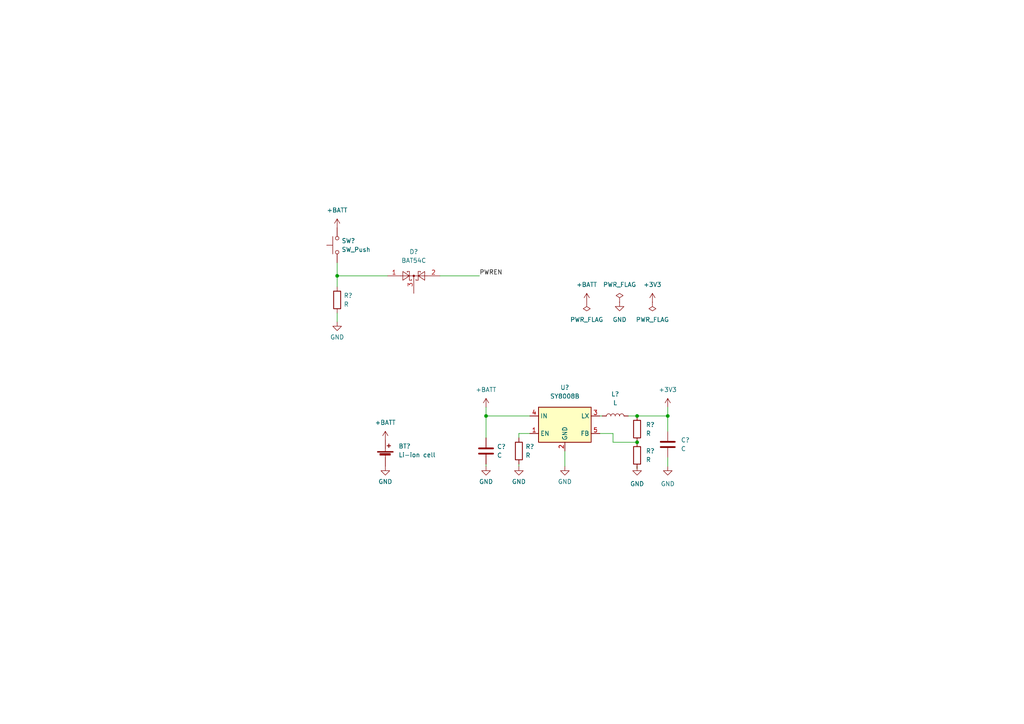
<source format=kicad_sch>
(kicad_sch (version 20211123) (generator eeschema)
  (paper "A4")
  (lib_symbols
    (symbol "Device:Battery_Cell" (pin_numbers hide) (pin_names (offset 0) hide)
      (property "Reference" "BT" (at 2.54 2.54 0))
      (property "Value" "Battery_Cell" (at 2.54 0 0))
      (symbol "Battery_Cell_0_1"
        (rectangle (start -2.286 1.778) (end 2.286 1.524) (fill (type outline)))
        (rectangle (start -1.5748 1.1938) (end 1.4732 0.6858) (fill (type outline)))
        (polyline (pts (xy 0 0.762) (xy 0 0)))
        (polyline (pts (xy 0 1.778) (xy 0 2.54)))
        (polyline (pts (xy 0.508 3.429) (xy 1.524 3.429)) (stroke (width 0.254)))
        (polyline (pts (xy 1.016 3.937) (xy 1.016 2.921)) (stroke (width 0.254)))
      )
      (symbol "Battery_Cell_1_1"
        (pin passive line (at 0 5.08 270) (length 2.54) (name "+") (number "1"))
        (pin passive line (at 0 -2.54 90) (length 2.54) (name "-") (number "2"))
      )
    )
    (symbol "Device:C" (pin_numbers hide) (pin_names (offset 0.254))
      (property "Reference" "C" (at 0.635 2.54 0))
      (property "Value" "C" (at 0.635 -2.54 0))
      (symbol "C_0_1"
        (polyline (pts (xy -2.032 -0.762) (xy 2.032 -0.762)) (stroke (width 0.508)))
        (polyline (pts (xy -2.032 0.762) (xy 2.032 0.762)) (stroke (width 0.508)))
      )
      (symbol "C_1_1"
        (pin passive line (at 0 3.81 270) (length 2.794) (name "~") (number "1"))
        (pin passive line (at 0 -3.81 90) (length 2.794) (name "~") (number "2"))
      )
    )
    (symbol "Device:L" (pin_numbers hide) (pin_names (offset 1.016) hide)
      (property "Reference" "L" (at -1.27 0 90))
      (property "Value" "L" (at 1.905 0 90))
      (symbol "L_0_1"
        (arc (start 0 -2.54) (mid 0.635 -1.905) (end 0 -1.27))
        (arc (start 0 -1.27) (mid 0.635 -0.635) (end 0 0))
        (arc (start 0 0) (mid 0.635 0.635) (end 0 1.27))
        (arc (start 0 1.27) (mid 0.635 1.905) (end 0 2.54))
      )
      (symbol "L_1_1"
        (pin passive line (at 0 3.81 270) (length 1.27) (name "1") (number "1"))
        (pin passive line (at 0 -3.81 90) (length 1.27) (name "2") (number "2"))
      )
    )
    (symbol "Device:R" (pin_numbers hide) (pin_names (offset 0))
      (property "Reference" "R" (at 2.032 0 90))
      (property "Value" "R" (at 0 0 90))
      (symbol "R_0_1"
        (rectangle (start -1.016 -2.54) (end 1.016 2.54) (stroke (width 0.254)))
      )
      (symbol "R_1_1"
        (pin passive line (at 0 3.81 270) (length 1.27) (name "~") (number "1"))
        (pin passive line (at 0 -3.81 90) (length 1.27) (name "~") (number "2"))
      )
    )
    (symbol "Diode:BAT54C" (pin_names (offset 1.016))
      (property "Reference" "D" (at 0.635 -3.81 0))
      (property "Value" "BAT54C" (at -6.35 3.175 0))
      (symbol "BAT54C_0_1"
        (polyline (pts (xy -1.905 0) (xy 1.905 0)))
        (polyline (pts (xy -1.905 1.27) (xy -1.905 1.016)))
        (polyline (pts (xy -1.27 -1.27) (xy -0.635 -1.27)))
        (polyline (pts (xy -1.27 0) (xy -3.81 0)))
        (polyline (pts (xy -1.27 1.27) (xy -1.905 1.27)))
        (polyline (pts (xy -1.27 1.27) (xy -1.27 -1.27)))
        (polyline (pts (xy -0.635 -1.27) (xy -0.635 -1.016)))
        (polyline (pts (xy 0.635 -1.27) (xy 0.635 -1.016)))
        (polyline (pts (xy 1.27 -1.27) (xy 0.635 -1.27)))
        (polyline (pts (xy 1.27 1.27) (xy 1.27 -1.27)))
        (polyline (pts (xy 1.27 1.27) (xy 1.905 1.27)))
        (polyline (pts (xy 1.905 1.27) (xy 1.905 1.016)))
        (polyline (pts (xy 3.81 0) (xy 1.27 0)))
        (polyline (pts (xy -3.175 -1.27) (xy -3.175 1.27) (xy -1.27 0) (xy -3.175 -1.27)))
        (polyline (pts (xy 3.175 -1.27) (xy 3.175 1.27) (xy 1.27 0) (xy 3.175 -1.27)))
        (circle (center 0 0) (radius 0.254) (fill (type outline)))
      )
      (symbol "BAT54C_1_1"
        (pin passive line (at -7.62 0 0) (length 3.81) (name "~") (number "1"))
        (pin passive line (at 7.62 0 180) (length 3.81) (name "~") (number "2"))
        (pin passive line (at 0 -5.08 90) (length 5.08) (name "~") (number "3"))
      )
    )
    (symbol "Regulator_Switching:PAM2301CAAB330"
      (property "Reference" "U?" (at 0 10.795 0))
      (property "Value" "SY8008B" (at 0 8.255 0))
      (symbol "PAM2301CAAB330_0_1"
        (rectangle (start -7.62 5.08) (end 7.62 -5.08) (stroke (width 0.254)) (fill (type background)))
      )
      (symbol "PAM2301CAAB330_1_1"
        (pin input line (at -10.16 -2.54 0) (length 2.54) (name "EN") (number "1"))
        (pin power_in line (at 0 -7.62 90) (length 2.54) (name "GND") (number "2"))
        (pin power_out line (at 10.16 2.54 180) (length 2.54) (name "LX") (number "3"))
        (pin power_in line (at -10.16 2.54 0) (length 2.54) (name "IN") (number "4"))
        (pin input line (at 10.16 -2.54 180) (length 2.54) (name "FB") (number "5"))
      )
    )
    (symbol "Switch:SW_Push" (pin_numbers hide) (pin_names (offset 1.016) hide)
      (property "Reference" "SW" (at 1.27 2.54 0))
      (property "Value" "SW_Push" (at 0 -1.524 0))
      (symbol "SW_Push_0_1"
        (circle (center -2.032 0) (radius 0.508))
        (polyline (pts (xy 0 1.27) (xy 0 3.048)))
        (polyline (pts (xy 2.54 1.27) (xy -2.54 1.27)))
        (circle (center 2.032 0) (radius 0.508))
        (pin passive line (at -5.08 0 0) (length 2.54) (name "1") (number "1"))
        (pin passive line (at 5.08 0 180) (length 2.54) (name "2") (number "2"))
      )
    )
    (symbol "power:+3V3" (power) (pin_names (offset 0))
      (property "Value" "+3V3" (at 0 3.556 0))
      (symbol "+3V3_0_1"
        (polyline (pts (xy -0.762 1.27) (xy 0 2.54)))
        (polyline (pts (xy 0 0) (xy 0 2.54)))
        (polyline (pts (xy 0 2.54) (xy 0.762 1.27)))
      )
      (symbol "+3V3_1_1"
        (pin power_in line (at 0 0 90) (length 0) hide (name "+3V3") (number "1"))
      )
    )
    (symbol "power:+BATT" (power) (pin_names (offset 0))
      (property "Value" "+BATT" (at 0 3.556 0))
      (symbol "+BATT_0_1"
        (polyline (pts (xy -0.762 1.27) (xy 0 2.54)))
        (polyline (pts (xy 0 0) (xy 0 2.54)))
        (polyline (pts (xy 0 2.54) (xy 0.762 1.27)))
      )
      (symbol "+BATT_1_1"
        (pin power_in line (at 0 0 90) (length 0) hide (name "+BATT") (number "1"))
      )
    )
    (symbol "power:GND" (power) (pin_names (offset 0))
      (property "Value" "GND" (at 0 -3.81 0))
      (symbol "GND_0_1"
        (polyline (pts (xy 0 0) (xy 0 -1.27) (xy 1.27 -1.27) (xy 0 -2.54) (xy -1.27 -1.27) (xy 0 -1.27)))
      )
      (symbol "GND_1_1"
        (pin power_in line (at 0 0 270) (length 0) hide (name "GND") (number "1"))
      )
    )
    (symbol "power:PWR_FLAG" (power) (pin_numbers hide) (pin_names (offset 0) hide)
      (property "Value" "PWR_FLAG" (at 0 3.81 0))
      (symbol "PWR_FLAG_0_0"
        (pin power_out line (at 0 0 90) (length 0) (name "pwr") (number "1"))
      )
      (symbol "PWR_FLAG_0_1"
        (polyline (pts (xy 0 0) (xy 0 1.27) (xy -1.016 1.905) (xy 0 2.54) (xy 1.016 1.905) (xy 0 1.27)))
      )
    )
  )
  (junction (at 184.785 128.27))
  (junction (at 193.675 120.65))
  (junction (at 97.79 80.01))
  (junction (at 184.785 120.65))
  (junction (at 140.97 120.65))
  (wire (pts (xy 193.675 132.715) (xy 193.675 135.255)))
  (wire (pts (xy 140.97 120.65) (xy 140.97 127)))
  (wire (pts (xy 97.79 80.01) (xy 97.79 83.185)))
  (wire (pts (xy 97.79 80.01) (xy 112.395 80.01)))
  (wire (pts (xy 193.675 125.095) (xy 193.675 120.65)))
  (wire (pts (xy 140.97 120.65) (xy 153.67 120.65)))
  (wire (pts (xy 150.495 134.62) (xy 150.495 135.255)))
  (wire (pts (xy 127.635 80.01) (xy 139.065 80.01)))
  (wire (pts (xy 182.245 120.65) (xy 184.785 120.65)))
  (wire (pts (xy 174.625 120.65) (xy 173.99 120.65)))
  (wire (pts (xy 97.79 76.2) (xy 97.79 80.01)))
  (wire (pts (xy 140.97 118.11) (xy 140.97 120.65)))
  (wire (pts (xy 163.83 130.81) (xy 163.83 135.255)))
  (wire (pts (xy 184.785 135.255) (xy 184.785 135.89)))
  (wire (pts (xy 97.79 90.805) (xy 97.79 93.345)))
  (wire (pts (xy 150.495 125.73) (xy 150.495 127)))
  (wire (pts (xy 193.675 118.11) (xy 193.675 120.65)))
  (wire (pts (xy 150.495 125.73) (xy 153.67 125.73)))
  (wire (pts (xy 177.8 128.27) (xy 184.785 128.27)))
  (wire (pts (xy 177.8 125.73) (xy 177.8 128.27)))
  (wire (pts (xy 184.785 120.65) (xy 193.675 120.65)))
  (wire (pts (xy 173.99 125.73) (xy 177.8 125.73)))
  (wire (pts (xy 140.97 135.255) (xy 140.97 134.62)))
  (label "PWREN" (at 139.065 80.01 0))
  (symbol (lib_id "power:+BATT") (at 111.76 127.635 0) (unit 1)
    (property "Reference" "#PWR0145" (effects hide))
    (property "Value" "+BATT" (at 111.76 122.555 0))
  )
  (symbol (lib_id "Device:Battery_Cell") (at 111.76 132.715 0) (unit 1)
    (property "Reference" "BT?" (at 115.57 129.4129 0) (effects (justify left)))
    (property "Value" "Li-ion cell" (at 115.57 131.9529 0) (effects (justify left)))
  )
  (symbol (lib_id "Device:R") (at 184.785 124.46 0) (unit 1)
    (property "Reference" "R?" (at 187.325 123.1899 0) (effects (justify left)))
    (property "Value" "R" (at 187.325 125.7299 0) (effects (justify left)))
  )
  (symbol (lib_id "power:PWR_FLAG") (at 170.18 87.63 180) (unit 1)
    (property "Reference" "#FLG0103" (effects hide))
    (property "Value" "PWR_FLAG" (at 170.18 92.71 0))
  )
  (symbol (lib_id "power:+3V3") (at 193.675 118.11 0) (unit 1)
    (property "Reference" "#PWR0153" (effects hide))
    (property "Value" "+3V3" (at 193.675 113.03 0))
  )
  (symbol (lib_id "Diode:BAT54C") (at 120.015 80.01 0) (unit 1)
    (property "Reference" "D?" (at 120.015 73.025 0))
    (property "Value" "BAT54C" (at 120.015 75.565 0))
    (property "Footprint" "Package_TO_SOT_SMD:SOT-23" (effects hide))
    (property "Datasheet" "http://www.diodes.com/_files/datasheets/ds11005.pdf" (effects hide))
  )
  (symbol (lib_id "Device:C") (at 193.675 128.905 0) (unit 1)
    (property "Reference" "C?" (at 197.485 127.6349 0) (effects (justify left)))
    (property "Value" "C" (at 197.485 130.1749 0) (effects (justify left)))
  )
  (symbol (lib_id "Device:C") (at 140.97 130.81 0) (mirror y) (unit 1)
    (property "Reference" "C?" (at 144.145 129.5399 0) (effects (justify right)))
    (property "Value" "C" (at 144.145 132.0799 0) (effects (justify right)))
  )
  (symbol (lib_id "power:GND") (at 163.83 135.255 0) (unit 1)
    (property "Reference" "#PWR0147" (effects hide))
    (property "Value" "GND" (at 163.83 139.7 0))
  )
  (symbol (lib_id "power:GND") (at 97.79 93.345 0) (unit 1)
    (property "Reference" "#PWR0143" (effects hide))
    (property "Value" "GND" (at 97.79 97.79 0))
  )
  (symbol (lib_id "power:GND") (at 140.97 135.255 0) (unit 1)
    (property "Reference" "#PWR0144" (effects hide))
    (property "Value" "GND" (at 140.97 139.7 0))
  )
  (symbol (lib_id "power:+BATT") (at 140.97 118.11 0) (unit 1)
    (property "Reference" "#PWR0149" (effects hide))
    (property "Value" "+BATT" (at 140.97 113.03 0))
  )
  (symbol (lib_id "power:+3V3") (at 189.23 87.63 0) (unit 1)
    (property "Reference" "#PWR0155" (effects hide))
    (property "Value" "+3V3" (at 189.23 82.55 0))
  )
  (symbol (lib_id "power:PWR_FLAG") (at 189.23 87.63 180) (unit 1)
    (property "Reference" "#FLG0102" (effects hide))
    (property "Value" "PWR_FLAG" (at 189.23 92.71 0))
  )
  (symbol (lib_id "Device:R") (at 150.495 130.81 0) (unit 1)
    (property "Reference" "R?" (at 152.4 129.5399 0) (effects (justify left)))
    (property "Value" "R" (at 152.4 132.0799 0) (effects (justify left)))
  )
  (symbol (lib_id "power:GND") (at 150.495 135.255 0) (unit 1)
    (property "Reference" "#PWR0148" (effects hide))
    (property "Value" "GND" (at 150.495 139.7 0))
  )
  (symbol (lib_id "power:+BATT") (at 170.18 87.63 0) (unit 1)
    (property "Reference" "#PWR0156" (effects hide))
    (property "Value" "+BATT" (at 170.18 82.55 0))
  )
  (symbol (lib_id "Device:L") (at 178.435 120.65 90) (unit 1)
    (property "Reference" "L?" (at 178.435 114.3 90))
    (property "Value" "L" (at 178.435 116.84 90))
  )
  (symbol (lib_id "power:GND") (at 111.76 135.255 0) (unit 1)
    (property "Reference" "#PWR0146" (effects hide))
    (property "Value" "GND" (at 111.76 139.7 0))
  )
  (symbol (lib_id "power:GND") (at 179.705 87.63 0) (unit 1)
    (property "Reference" "#PWR0154" (effects hide))
    (property "Value" "GND" (at 179.705 92.71 0))
  )
  (symbol (lib_id "power:GND") (at 193.675 135.255 0) (unit 1)
    (property "Reference" "#PWR0152" (effects hide))
    (property "Value" "GND" (at 193.675 140.335 0))
  )
  (symbol (lib_id "power:PWR_FLAG") (at 179.705 87.63 0) (unit 1)
    (property "Reference" "#FLG0101" (effects hide))
    (property "Value" "PWR_FLAG" (at 179.705 82.55 0))
  )
  (symbol (lib_id "power:GND") (at 184.785 135.255 0) (unit 1)
    (property "Reference" "#PWR0151" (effects hide))
    (property "Value" "GND" (at 184.785 140.335 0))
  )
  (symbol (lib_id "power:+BATT") (at 97.79 66.04 0) (unit 1)
    (property "Reference" "#PWR0150" (effects hide))
    (property "Value" "+BATT" (at 97.79 60.96 0))
  )
  (symbol (lib_id "Device:R") (at 184.785 132.08 0) (unit 1)
    (property "Reference" "R?" (at 187.325 130.8099 0) (effects (justify left)))
    (property "Value" "R" (at 187.325 133.3499 0) (effects (justify left)))
  )
  (symbol (lib_id "Switch:SW_Push") (at 97.79 71.12 90) (unit 1)
    (property "Reference" "SW?" (at 99.06 69.8499 90) (effects (justify right)))
    (property "Value" "SW_Push" (at 99.06 72.3899 90) (effects (justify right)))
  )
  (symbol (lib_id "Regulator_Switching:PAM2301CAAB330") (at 163.83 123.19 0) (unit 1)
    (property "Reference" "U?" (at 163.83 112.395 0))
    (property "Value" "SY8008B" (at 163.83 114.935 0))
    (property "Footprint" "Package_TO_SOT_SMD:TSOT-23-5" (effects hide))
    (property "Datasheet" "https://www.hestore.hu/prod_getfile.php?id=12353" (effects hide))
  )
  (symbol (lib_id "Device:R") (at 97.79 86.995 0) (unit 1)
    (property "Reference" "R?" (at 99.695 85.7249 0) (effects (justify left)))
    (property "Value" "R" (at 99.695 88.2649 0) (effects (justify left)))
  )
)
</source>
